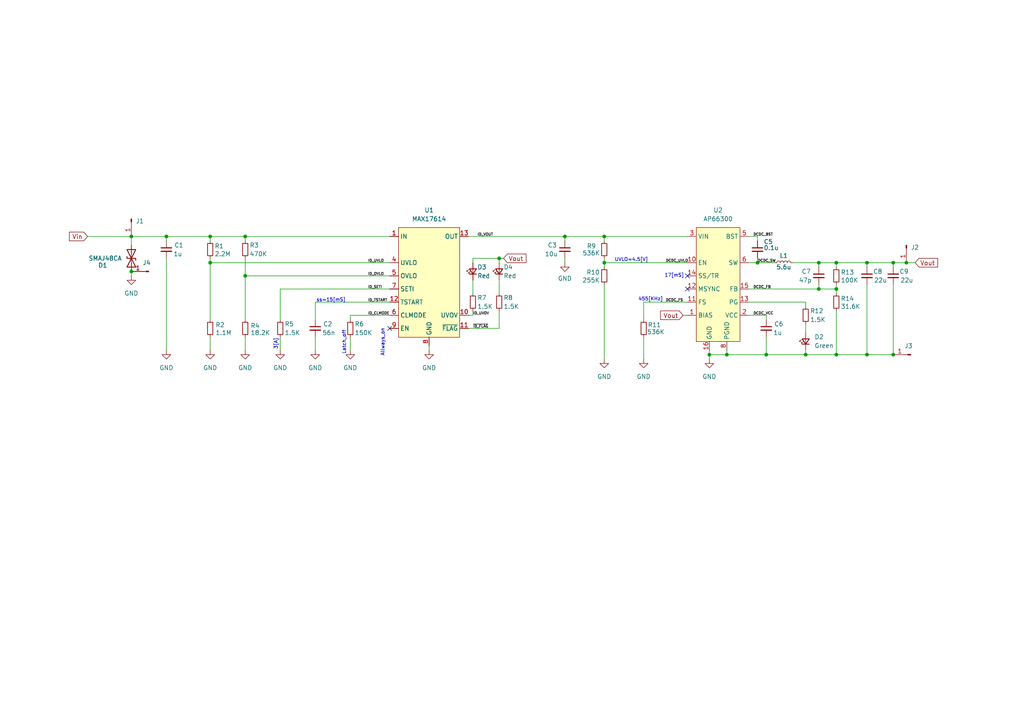
<source format=kicad_sch>
(kicad_sch (version 20231120) (generator "eeschema") (generator_version "8.0")
  (paper "A4")
  (title_block (title "ARNIE4833") (date "2024-10-12") (rev "V0.0.0") (company "© : Kynsight® GmbH: Licenced under CERN-OHL-W V2.0") (comment 2 "+48Vin | +3.3Vout | 3A ") (comment 3 "DC/DC Buck converter module, with added input protection circuitry."))
  (lib_symbols
    (symbol "310_smps_buck:AP66300"
      (property "Reference" "U" (at 0 21.59 0))
      (property "Value" "AP66300" (at 0 19.05 0))
      (symbol "AP66300_1_1"
        (rectangle (start -6.35 17.78) (end 6.35 -15.24) (fill (type background)))
        (pin input line (at -8.89 -7.62 0) (length 2.54) (name "BIAS") (number "1"))
        (pin input line (at -8.89 7.62 0) (length 2.54) (name "EN") (number "10"))
        (pin input line (at -8.89 -3.81 0) (length 2.54) (name "FS") (number "11"))
        (pin input line (at -8.89 0 0) (length 2.54) (name "MSYNC") (number "12"))
        (pin output line (at 8.89 -3.81 180) (length 2.54) (name "PG") (number "13"))
        (pin input line (at -8.89 3.81 0) (length 2.54) (name "SS/TR") (number "14"))
        (pin input line (at 8.89 0 180) (length 2.54) (name "FB") (number "15"))
        (pin power_in line (at -2.54 -17.78 90) (length 2.54) (name "GND") (number "16"))
        (pin power_in line (at -2.54 -17.78 90) (length 2.54) hide (name "GND") (number "17"))
        (pin power_out line (at 8.89 -7.62 180) (length 2.54) (name "VCC") (number "2"))
        (pin power_in line (at -8.89 15.24 0) (length 2.54) (name "VIN") (number "3"))
        (pin power_in line (at -8.89 15.24 0) (length 2.54) hide (name "VIN") (number "4"))
        (pin power_in line (at 8.89 15.24 180) (length 2.54) (name "BST") (number "5"))
        (pin power_out line (at 8.89 7.62 180) (length 2.54) (name "SW") (number "6"))
        (pin power_out line (at 8.89 7.62 180) (length 2.54) hide (name "SW") (number "7"))
        (pin power_in line (at 2.54 -17.78 90) (length 2.54) (name "PGND") (number "8"))
        (pin power_in line (at 2.54 -17.78 90) (length 2.54) hide (name "PGND") (number "9"))
      )
    )
    (symbol "380_power_protection_ideal_diode:MAX17614"
      (property "Reference" "U" (at 0 18.542 0))
      (property "Value" "MAX17614" (at 0.254 15.24 0))
      (symbol "MAX17614_1_1"
        (rectangle (start -8.89 13.97) (end 8.89 -17.78) (fill (type background)))
        (pin power_in line (at -11.43 11.43 0) (length 2.54) (name "IN") (number "1"))
        (pin output line (at 11.43 -11.43 180) (length 2.54) (name "UVOV") (number "10"))
        (pin output line (at 11.43 -15.24 180) (length 2.54) (name "~{FLAG}") (number "11"))
        (pin input line (at -11.43 -7.62 0) (length 2.54) (name "TSTART") (number "12"))
        (pin power_out line (at 11.43 11.43 180) (length 2.54) (name "OUT") (number "13"))
        (pin power_out line (at 11.43 11.43 180) (length 2.54) hide (name "OUT") (number "14"))
        (pin power_out line (at 11.43 11.43 180) (length 2.54) hide (name "OUT") (number "15"))
        (pin no_connect line (at 6.35 -17.78 0) (length 2.54) hide (name "N.C") (number "16"))
        (pin no_connect line (at 6.35 -17.78 0) (length 2.54) hide (name "N.C") (number "17"))
        (pin no_connect line (at 6.35 -17.78 0) (length 2.54) hide (name "N.C") (number "18"))
        (pin no_connect line (at 6.35 -17.78 0) (length 2.54) hide (name "N.C") (number "19"))
        (pin power_in line (at -11.43 11.43 0) (length 2.54) hide (name "IN") (number "2"))
        (pin no_connect line (at 6.35 -17.78 0) (length 2.54) hide (name "N.C") (number "20"))
        (pin power_in line (at 0 -20.32 90) (length 2.54) hide (name "GND") (number "21"))
        (pin power_in line (at -11.43 11.43 0) (length 2.54) hide (name "IN") (number "3"))
        (pin input line (at -11.43 3.81 0) (length 2.54) (name "UVLO") (number "4"))
        (pin input line (at -11.43 0 0) (length 2.54) (name "OVLO") (number "5"))
        (pin input line (at -11.43 -11.43 0) (length 2.54) (name "CLMODE") (number "6"))
        (pin input line (at -11.43 -3.81 0) (length 2.54) (name "SETI") (number "7"))
        (pin power_in line (at 0 -20.32 90) (length 2.54) (name "GND") (number "8"))
        (pin input line (at -11.43 -15.24 0) (length 2.54) (name "EN") (number "9"))
      )
    )
    (symbol "Connector:Conn_01x01_Pin" (pin_names (offset 1.016) hide)
      (property "Reference" "J" (at 0 2.54 0))
      (property "Value" "Conn_01x01_Pin" (at 0 -2.54 0))
      (symbol "Conn_01x01_Pin_1_1"
        (polyline (pts (xy 1.27 0) (xy 0.8636 0)) (stroke (width 0.1524)))
        (rectangle (start 0.8636 0.127) (end 0 -0.127) (stroke (width 0.1524)) (fill (type outline)))
        (pin passive line (at 5.08 0 180) (length 3.81) (name "Pin_1") (number "1"))
      )
    )
    (symbol "Device:C_Small" (pin_numbers hide) (pin_names (offset 0.254) hide)
      (property "Reference" "C" (at 0.254 1.778 0))
      (property "Value" "C_Small" (at 0.254 -2.032 0))
      (symbol "C_Small_0_1"
        (polyline (pts (xy -1.524 -0.508) (xy 1.524 -0.508)) (stroke (width 0.3302)))
        (polyline (pts (xy -1.524 0.508) (xy 1.524 0.508)) (stroke (width 0.3048)))
      )
      (symbol "C_Small_1_1"
        (pin passive line (at 0 2.54 270) (length 2.032) (name "~") (number "1"))
        (pin passive line (at 0 -2.54 90) (length 2.032) (name "~") (number "2"))
      )
    )
    (symbol "Device:D_TVS" (pin_numbers hide) (pin_names (offset 1.016) hide)
      (property "Reference" "D" (at 0 2.54 0))
      (property "Value" "D_TVS" (at 0 -2.54 0))
      (symbol "D_TVS_0_1"
        (polyline (pts (xy 1.27 0) (xy -1.27 0)))
        (polyline (pts (xy 0.508 1.27) (xy 0 1.27) (xy 0 -1.27) (xy -0.508 -1.27)) (stroke (width 0.254)))
        (polyline (pts (xy -2.54 1.27) (xy -2.54 -1.27) (xy 2.54 1.27) (xy 2.54 -1.27) (xy -2.54 1.27)) (stroke (width 0.254)))
      )
      (symbol "D_TVS_1_1"
        (pin passive line (at -3.81 0 0) (length 2.54) (name "A1") (number "1"))
        (pin passive line (at 3.81 0 180) (length 2.54) (name "A2") (number "2"))
      )
    )
    (symbol "Device:LED_Small" (pin_numbers hide) (pin_names (offset 0.254) hide)
      (property "Reference" "D" (at -1.27 3.175 0))
      (property "Value" "LED_Small" (at -4.445 -2.54 0))
      (symbol "LED_Small_0_1"
        (polyline (pts (xy -0.762 -1.016) (xy -0.762 1.016)) (stroke (width 0.254)))
        (polyline (pts (xy 1.016 0) (xy -0.762 0)))
        (polyline (pts (xy 0.762 -1.016) (xy -0.762 0) (xy 0.762 1.016) (xy 0.762 -1.016)) (stroke (width 0.254)))
        (polyline (pts (xy 0 0.762) (xy -0.508 1.27) (xy -0.254 1.27) (xy -0.508 1.27) (xy -0.508 1.016)))
        (polyline (pts (xy 0.508 1.27) (xy 0 1.778) (xy 0.254 1.778) (xy 0 1.778) (xy 0 1.524)))
      )
      (symbol "LED_Small_1_1"
        (pin passive line (at -2.54 0 0) (length 1.778) (name "K") (number "1"))
        (pin passive line (at 2.54 0 180) (length 1.778) (name "A") (number "2"))
      )
    )
    (symbol "Device:L_Small" (pin_numbers hide) (pin_names (offset 0.254) hide)
      (property "Reference" "L" (at 0.762 1.016 0))
      (property "Value" "L_Small" (at 0.762 -1.016 0))
      (symbol "L_Small_0_1"
        (arc (start 0 -2.032) (mid 0.5058 -1.524) (end 0 -1.016))
        (arc (start 0 -1.016) (mid 0.5058 -0.508) (end 0 0))
        (arc (start 0 0) (mid 0.5058 0.508) (end 0 1.016))
        (arc (start 0 1.016) (mid 0.5058 1.524) (end 0 2.032))
      )
      (symbol "L_Small_1_1"
        (pin passive line (at 0 2.54 270) (length 0.508) (name "~") (number "1"))
        (pin passive line (at 0 -2.54 90) (length 0.508) (name "~") (number "2"))
      )
    )
    (symbol "Device:R_Small" (pin_numbers hide) (pin_names (offset 0.254) hide)
      (property "Reference" "R" (at 0.762 0.508 0))
      (property "Value" "R_Small" (at 0.762 -1.016 0))
      (symbol "R_Small_0_1"
        (rectangle (start -0.762 1.778) (end 0.762 -1.778) (stroke (width 0.2032)))
      )
      (symbol "R_Small_1_1"
        (pin passive line (at 0 2.54 270) (length 0.762) (name "~") (number "1"))
        (pin passive line (at 0 -2.54 90) (length 0.762) (name "~") (number "2"))
      )
    )
    (symbol "power:GND" (power) (pin_numbers hide) (pin_names (offset 0) hide)
      (property "Value" "GND" (at 0 -3.81 0))
      (symbol "GND_0_1"
        (polyline (pts (xy 0 0) (xy 0 -1.27) (xy 1.27 -1.27) (xy 0 -2.54) (xy -1.27 -1.27) (xy 0 -1.27)))
      )
      (symbol "GND_1_1"
        (pin power_in line (at 0 0 270) (length 0) (name "~") (number "1"))
      )
    )
  )
  (junction (at 242.57 83.82))
  (junction (at 48.26 68.58))
  (junction (at 210.82 102.87))
  (junction (at 175.26 68.58))
  (junction (at 259.08 102.87))
  (junction (at 262.89 76.2))
  (junction (at 251.46 76.2))
  (junction (at 259.08 76.2))
  (junction (at 71.12 80.01))
  (junction (at 242.57 76.2))
  (junction (at 251.46 102.87))
  (junction (at 60.96 76.2))
  (junction (at 38.1 68.58))
  (junction (at 237.49 76.2))
  (junction (at 237.49 83.82))
  (junction (at 71.12 68.58))
  (junction (at 233.68 102.87))
  (junction (at 242.57 102.87))
  (junction (at 175.26 76.2))
  (junction (at 222.25 102.87))
  (junction (at 144.78 74.93))
  (junction (at 38.1 78.74))
  (junction (at 205.74 102.87))
  (junction (at 60.96 68.58))
  (junction (at 163.83 68.58))
  (junction (at 219.71 76.2))
  (no_connect (at 113.03 95.25))
  (no_connect (at 199.39 83.82))
  (no_connect (at 199.39 80.01))
  (wire (pts (xy 71.12 80.01) (xy 71.12 92.71)))
  (wire (pts (xy 186.69 87.63) (xy 199.39 87.63)))
  (wire (pts (xy 175.26 74.93) (xy 175.26 76.2)))
  (wire (pts (xy 251.46 102.87) (xy 242.57 102.87)))
  (wire (pts (xy 101.6 91.44) (xy 101.6 92.71)))
  (wire (pts (xy 237.49 83.82) (xy 237.49 82.55)))
  (wire (pts (xy 237.49 76.2) (xy 237.49 77.47)))
  (wire (pts (xy 217.17 87.63) (xy 233.68 87.63)))
  (wire (pts (xy 48.26 68.58) (xy 48.26 69.85)))
  (wire (pts (xy 137.16 81.28) (xy 137.16 85.09)))
  (wire (pts (xy 124.46 100.33) (xy 124.46 101.6)))
  (wire (pts (xy 251.46 102.87) (xy 259.08 102.87)))
  (wire (pts (xy 48.26 68.58) (xy 60.96 68.58)))
  (wire (pts (xy 137.16 74.93) (xy 144.78 74.93)))
  (wire (pts (xy 198.12 91.44) (xy 199.39 91.44)))
  (wire (pts (xy 217.17 91.44) (xy 222.25 91.44)))
  (wire (pts (xy 81.28 83.82) (xy 81.28 92.71)))
  (wire (pts (xy 259.08 82.55) (xy 259.08 102.87)))
  (wire (pts (xy 137.16 76.2) (xy 137.16 74.93)))
  (wire (pts (xy 259.08 76.2) (xy 262.89 76.2)))
  (wire (pts (xy 222.25 102.87) (xy 222.25 97.79)))
  (wire (pts (xy 229.87 76.2) (xy 237.49 76.2)))
  (wire (pts (xy 205.74 102.87) (xy 205.74 104.14)))
  (wire (pts (xy 91.44 87.63) (xy 91.44 92.71)))
  (wire (pts (xy 60.96 68.58) (xy 60.96 69.85)))
  (wire (pts (xy 163.83 68.58) (xy 175.26 68.58)))
  (wire (pts (xy 163.83 68.58) (xy 163.83 69.85)))
  (wire (pts (xy 60.96 97.79) (xy 60.96 101.6)))
  (wire (pts (xy 81.28 83.82) (xy 113.03 83.82)))
  (wire (pts (xy 219.71 76.2) (xy 224.79 76.2)))
  (wire (pts (xy 262.89 76.2) (xy 265.43 76.2)))
  (wire (pts (xy 219.71 74.93) (xy 219.71 76.2)))
  (wire (pts (xy 175.26 77.47) (xy 175.26 76.2)))
  (wire (pts (xy 144.78 95.25) (xy 144.78 90.17)))
  (wire (pts (xy 233.68 87.63) (xy 233.68 88.9)))
  (wire (pts (xy 101.6 91.44) (xy 113.03 91.44)))
  (wire (pts (xy 237.49 83.82) (xy 242.57 83.82)))
  (wire (pts (xy 137.16 91.44) (xy 137.16 90.17)))
  (wire (pts (xy 175.26 76.2) (xy 199.39 76.2)))
  (wire (pts (xy 38.1 68.58) (xy 38.1 71.12)))
  (wire (pts (xy 60.96 76.2) (xy 113.03 76.2)))
  (wire (pts (xy 71.12 74.93) (xy 71.12 80.01)))
  (wire (pts (xy 175.26 68.58) (xy 199.39 68.58)))
  (wire (pts (xy 233.68 93.98) (xy 233.68 96.52)))
  (wire (pts (xy 259.08 76.2) (xy 259.08 77.47)))
  (wire (pts (xy 251.46 76.2) (xy 259.08 76.2)))
  (wire (pts (xy 222.25 91.44) (xy 222.25 92.71)))
  (wire (pts (xy 71.12 68.58) (xy 71.12 69.85)))
  (wire (pts (xy 71.12 68.58) (xy 113.03 68.58)))
  (wire (pts (xy 91.44 87.63) (xy 113.03 87.63)))
  (wire (pts (xy 135.89 91.44) (xy 137.16 91.44)))
  (wire (pts (xy 48.26 74.93) (xy 48.26 101.6)))
  (wire (pts (xy 205.74 101.6) (xy 205.74 102.87)))
  (wire (pts (xy 101.6 97.79) (xy 101.6 101.6)))
  (wire (pts (xy 251.46 82.55) (xy 251.46 102.87)))
  (wire (pts (xy 175.26 82.55) (xy 175.26 104.14)))
  (wire (pts (xy 175.26 68.58) (xy 175.26 69.85)))
  (wire (pts (xy 38.1 68.58) (xy 48.26 68.58)))
  (wire (pts (xy 237.49 76.2) (xy 242.57 76.2)))
  (wire (pts (xy 71.12 97.79) (xy 71.12 101.6)))
  (wire (pts (xy 205.74 102.87) (xy 210.82 102.87)))
  (wire (pts (xy 71.12 80.01) (xy 113.03 80.01)))
  (wire (pts (xy 38.1 78.74) (xy 38.1 80.01)))
  (wire (pts (xy 135.89 95.25) (xy 144.78 95.25)))
  (wire (pts (xy 60.96 74.93) (xy 60.96 76.2)))
  (wire (pts (xy 186.69 87.63) (xy 186.69 92.71)))
  (wire (pts (xy 219.71 68.58) (xy 219.71 69.85)))
  (wire (pts (xy 186.69 97.79) (xy 186.69 104.14)))
  (wire (pts (xy 217.17 83.82) (xy 237.49 83.82)))
  (wire (pts (xy 91.44 97.79) (xy 91.44 101.6)))
  (wire (pts (xy 242.57 90.17) (xy 242.57 102.87)))
  (wire (pts (xy 71.12 68.58) (xy 60.96 68.58)))
  (wire (pts (xy 251.46 76.2) (xy 251.46 77.47)))
  (wire (pts (xy 81.28 97.79) (xy 81.28 101.6)))
  (wire (pts (xy 242.57 83.82) (xy 242.57 85.09)))
  (wire (pts (xy 210.82 101.6) (xy 210.82 102.87)))
  (wire (pts (xy 242.57 102.87) (xy 233.68 102.87)))
  (wire (pts (xy 144.78 81.28) (xy 144.78 85.09)))
  (wire (pts (xy 135.89 68.58) (xy 163.83 68.58)))
  (wire (pts (xy 163.83 74.93) (xy 163.83 76.2)))
  (wire (pts (xy 233.68 102.87) (xy 222.25 102.87)))
  (wire (pts (xy 242.57 83.82) (xy 242.57 82.55)))
  (wire (pts (xy 146.05 74.93) (xy 144.78 74.93)))
  (wire (pts (xy 233.68 101.6) (xy 233.68 102.87)))
  (wire (pts (xy 210.82 102.87) (xy 222.25 102.87)))
  (wire (pts (xy 242.57 76.2) (xy 242.57 77.47)))
  (wire (pts (xy 25.4 68.58) (xy 38.1 68.58)))
  (wire (pts (xy 217.17 68.58) (xy 219.71 68.58)))
  (wire (pts (xy 60.96 76.2) (xy 60.96 92.71)))
  (wire (pts (xy 217.17 76.2) (xy 219.71 76.2)))
  (wire (pts (xy 242.57 76.2) (xy 251.46 76.2)))
  (wire (pts (xy 144.78 74.93) (xy 144.78 76.2)))
  (text "Latch_off" (at 99.822 99.314 90) (effects (font (size 1 1))))
  (text "ss=15[mS]" (at 96.012 87.122 0) (effects (font (size 1 1))))
  (text "455[KHz]" (at 188.722 86.868 0) (effects (font (size 1 1))))
  (text "Allways_on" (at 110.998 99.314 90) (effects (font (size 1 1))))
  (text "17[mS]" (at 195.58 80.01 0) (effects (font (size 1 1))))
  (text "UVLO=4.5[V]" (at 183.134 75.438 0) (effects (font (size 1 1))))
  (text "3[A]" (at 80.01 99.822 90) (effects (font (size 1 1))))
  (label "ID_UVOV" (at 137.16 91.44 0) (effects (font (size 0.75 0.75))))
  (label "~{ID_FLAG}" (at 137.16 95.25 0) (effects (font (size 0.75 0.75))))
  (label "DCDC_UVLO" (at 193.04 76.2 0) (effects (font (size 0.75 0.75))))
  (label "ID_VOUT" (at 138.43 68.58 0) (effects (font (size 0.75 0.75))))
  (label "DCDC_FB" (at 218.44 83.82 0) (effects (font (size 0.75 0.75))))
  (label "DCDC_VCC" (at 218.44 91.44 0) (effects (font (size 0.75 0.75))))
  (label "ID_OVLO" (at 106.68 80.01 0) (effects (font (size 0.75 0.75))))
  (label "DCDC_BST" (at 218.44 68.58 0) (effects (font (size 0.75 0.75))))
  (label "ID_UVLO" (at 106.68 76.2 0) (effects (font (size 0.75 0.75))))
  (label "DCDC_SW" (at 219.71 76.2 0) (effects (font (size 0.75 0.75))))
  (label "ID_CLMODE" (at 106.68 91.44 0) (effects (font (size 0.75 0.75))))
  (label "ID_SETI" (at 106.68 83.82 0) (effects (font (size 0.75 0.75))))
  (label "ID_TSTART" (at 106.68 87.63 0) (effects (font (size 0.75 0.75))))
  (label "DCDC_FS" (at 193.04 87.63 0) (effects (font (size 0.75 0.75))))
  (global_label "Vout" (shape input) (at 265.43 76.2 0) (property "Intersheetrefs" "${INTERSHEET_REFS}" (effects (hide yes))))
  (global_label "Vout" (shape input) (at 146.05 74.93 0) (property "Intersheetrefs" "${INTERSHEET_REFS}" (effects (hide yes))))
  (global_label "Vout" (shape input) (at 198.12 91.44 180) (property "Intersheetrefs" "${INTERSHEET_REFS}" (effects (hide yes))))
  (global_label "Vin" (shape input) (at 25.4 68.58 180) (property "Intersheetrefs" "${INTERSHEET_REFS}" (effects (hide yes))))
  (symbol (lib_id "Device:R_Small") (at 144.78 87.63 0) (unit 1)
    (property "Reference" "R8" (at 146.05 86.36 0) (effects (justify left)))
    (property "Value" "1.5K" (at 146.05 88.9 0) (effects (justify left)))
    (property "Footprint" "Resistor_SMD:R_0603_1608Metric" (effects (hide yes)))
    (property "Description" "Resistor, small symbol" (effects (hide yes)))
    (property "Man" "Panasonic" (effects (hide yes)))
    (property "Man_No" "ERJ-3EKF1501V" (effects (hide yes)))
    (property "Disti" "Mouser" (effects (hide yes)))
    (property "Disti_No" "667-ERJ-3EKF1501V" (effects (hide yes)))
  )
  (symbol (lib_id "Device:D_TVS") (at 38.1 74.93 90) (unit 1)
    (property "Reference" "D1" (at 28.448 76.962 90) (effects (justify right)))
    (property "Value" "SMAJ48CA" (at 25.654 74.93 90) (effects (justify right)))
    (property "Footprint" "Diode_SMD:D_SMA" (effects (hide yes)))
    (property "Datasheet" "https://www.diodes.com/assets/Datasheets/SMAJ5.0CA-SMAJ200CA.pdf" (effects (hide yes)))
    (property "Description" "Bidirectional transient-voltage-suppression diode" (effects (hide yes)))
    (property "Man" "Diodes" (effects (hide yes)))
    (property "Man_No" "SMAJ48CA-13-F " (effects (hide yes)))
    (property "Disti" "Mouser" (effects (hide yes)))
    (property "Disti_No" "621-SMAJ48CA-13-F" (effects (hide yes)))
  )
  (symbol (lib_id "Device:C_Small") (at 219.71 72.39 0) (unit 1)
    (property "Reference" "C5" (at 221.488 70.104 0) (effects (justify left)))
    (property "Value" "0.1u" (at 221.488 71.882 0) (effects (justify left)))
    (property "Footprint" "Capacitor_SMD:C_0603_1608Metric" (effects (hide yes)))
    (property "Description" "Unpolarized capacitor, small symbol" (effects (hide yes)))
    (property "Man" "Kyocera" (effects (hide yes)))
    (property "Man_No" "KAM15BR72A104KT " (effects (hide yes)))
    (property "Disti" "Mouser" (effects (hide yes)))
    (property "Disti_No" "KAM15BR72A104KT " (effects (hide yes)))
  )
  (symbol (lib_id "power:GND") (at 205.74 104.14 0) (unit 1)
    (property "Reference" "#PWR010" (effects (hide yes)))
    (property "Value" "GND" (at 205.74 109.22 0))
    (property "Description" "Power symbol creates a global label with name \"GND\" , ground" (effects (hide yes)))
  )
  (symbol (lib_id "Device:R_Small") (at 242.57 80.01 0) (unit 1)
    (property "Reference" "R13" (at 243.84 78.994 0) (effects (justify left)))
    (property "Value" "100K" (at 243.84 81.28 0) (effects (justify left)))
    (property "Footprint" "Resistor_SMD:R_0603_1608Metric" (effects (hide yes)))
    (property "Description" "Resistor, small symbol" (effects (hide yes)))
    (property "Man" "Panasonic" (effects (hide yes)))
    (property "Man_No" "ERJ-3EKF1003V" (effects (hide yes)))
    (property "Disti" "Mouser" (effects (hide yes)))
    (property "Disti_No" "667-ERJ-3EKF1003V" (effects (hide yes)))
  )
  (symbol (lib_id "Device:C_Small") (at 48.26 72.39 0) (unit 1)
    (property "Reference" "C1" (at 50.546 71.12 0) (effects (justify left)))
    (property "Value" "1u" (at 50.292 73.66 0) (effects (justify left)))
    (property "Footprint" "Capacitor_SMD:C_0603_1608Metric" (effects (hide yes)))
    (property "Description" "Unpolarized capacitor, small symbol" (effects (hide yes)))
    (property "Man" "Samsung" (effects (hide yes)))
    (property "Man_No" "CL10B105KB9VPNC" (effects (hide yes)))
    (property "Disti" "Mouser" (effects (hide yes)))
    (property "Disti_No" "187-CL10B105KB9VPNC" (effects (hide yes)))
  )
  (symbol (lib_id "Device:LED_Small") (at 144.78 78.74 90) (unit 1)
    (property "Reference" "D4" (at 146.05 77.47 90) (effects (justify right)))
    (property "Value" "Red" (at 146.05 80.01 90) (effects (justify right)))
    (property "Footprint" "LED_SMD:LED_0603_1608Metric" (effects (hide yes)))
    (property "Description" "Light emitting diode, small symbol" (effects (hide yes)))
    (property "Man" "Osram" (effects (hide yes)))
    (property "Man_No" "LT Q39G-Q1OO-25-1" (effects (hide yes)))
    (property "Disti" "Mouser" (effects (hide yes)))
    (property "Disti_No" "720-LTQ39GQ1S22515" (effects (hide yes)))
  )
  (symbol (lib_id "power:GND") (at 175.26 104.14 0) (unit 1)
    (property "Reference" "#PWR012" (effects (hide yes)))
    (property "Value" "GND" (at 175.26 109.22 0))
    (property "Description" "Power symbol creates a global label with name \"GND\" , ground" (effects (hide yes)))
  )
  (symbol (lib_id "Device:R_Small") (at 60.96 95.25 0) (unit 1)
    (property "Reference" "R2" (at 62.484 94.234 0) (effects (justify left)))
    (property "Value" "1.1M" (at 62.484 96.52 0) (effects (justify left)))
    (property "Footprint" "Resistor_SMD:R_0603_1608Metric" (effects (hide yes)))
    (property "Description" "Resistor, small symbol" (effects (hide yes)))
    (property "Man" "Panasonic" (effects (hide yes)))
    (property "Man_No" "ERJ-PA3J115V" (effects (hide yes)))
    (property "Disti" "Mouser" (effects (hide yes)))
    (property "Disti_No" "667-ERJ-PA3J115V" (effects (hide yes)))
  )
  (symbol (lib_id "Device:C_Small") (at 91.44 95.25 0) (unit 1)
    (property "Reference" "C2" (at 93.726 93.98 0) (effects (justify left)))
    (property "Value" "56n" (at 93.472 96.52 0) (effects (justify left)))
    (property "Footprint" "Capacitor_SMD:C_0603_1608Metric" (effects (hide yes)))
    (property "Description" "Unpolarized capacitor, small symbol" (effects (hide yes)))
    (property "Man" "Yageo" (effects (hide yes)))
    (property "Man_No" "CC0603JX7R0BB563" (effects (hide yes)))
    (property "Disti" "Mouser" (effects (hide yes)))
    (property "Disti_No" "603-CC0603JX7R0BB563" (effects (hide yes)))
  )
  (symbol (lib_id "310_smps_buck:AP66300") (at 208.28 83.82 0) (unit 1)
    (property "Reference" "U2" (at 208.28 60.96 0))
    (property "Value" "AP66300" (at 208.28 63.5 0))
    (property "Footprint" "Package_DFN_QFN:UQFN-16-1EP_4x4mm_P0.65mm_EP2.6x2.6mm" (effects (hide yes)))
    (property "Datasheet" "https://www.diodes.com/assets/Datasheets/AP66300.pdf" (effects (hide yes)))
    (property "Description" "3.8V TO 60V INPUT, 3A LOW IQ SYNCHRONOUS BUCK CONVERTER" (effects (hide yes)))
    (property "Man" "Diodes" (effects (hide yes)))
    (property "Man_No" "AP66300FVBW-13" (effects (hide yes)))
    (property "Disti" "Mouser" (effects (hide yes)))
    (property "Disti_No" "621-AP66300FVBW-13" (effects (hide yes)))
  )
  (symbol (lib_id "Connector:Conn_01x01_Pin") (at 264.16 102.87 180) (unit 1)
    (property "Reference" "J3" (at 263.525 100.33 0))
    (property "Value" "Conn_01x01_Pin" (effects (hide yes)))
    (property "Footprint" "Connector_PinHeader_2.54mm:PinHeader_1x01_P2.54mm_Vertical" (effects (hide yes)))
    (property "Description" "Generic connector, single row, 01x01, script generated" (effects (hide yes)))
  )
  (symbol (lib_id "Device:R_Small") (at 175.26 72.39 0) (mirror x) (unit 1)
    (property "Reference" "R9" (at 170.18 71.374 0) (effects (justify left)))
    (property "Value" "536K" (at 168.91 73.406 0) (effects (justify left)))
    (property "Footprint" "Resistor_SMD:R_0603_1608Metric" (effects (hide yes)))
    (property "Description" "Resistor, small symbol" (effects (hide yes)))
    (property "Man" "Panasonic" (effects (hide yes)))
    (property "Man_No" "ERJ-3EKF2553V" (effects (hide yes)))
    (property "Disti" "Mouser" (effects (hide yes)))
    (property "Disti_No" "667-ERJ-3EKF5363V" (effects (hide yes)))
  )
  (symbol (lib_id "Connector:Conn_01x01_Pin") (at 43.18 78.74 180) (unit 1)
    (property "Reference" "J4" (at 42.545 76.2 0))
    (property "Value" "Conn_01x01_Pin" (effects (hide yes)))
    (property "Footprint" "Connector_Pin:Pin_D1.0mm_L10.0mm" (effects (hide yes)))
    (property "Description" "Generic connector, single row, 01x01, script generated" (effects (hide yes)))
  )
  (symbol (lib_id "Device:R_Small") (at 233.68 91.44 0) (unit 1)
    (property "Reference" "R12" (at 234.95 90.17 0) (effects (justify left)))
    (property "Value" "1.5K" (at 234.95 92.71 0) (effects (justify left)))
    (property "Footprint" "Resistor_SMD:R_0603_1608Metric" (effects (hide yes)))
    (property "Description" "Resistor, small symbol" (effects (hide yes)))
    (property "Man" "Panasonic" (effects (hide yes)))
    (property "Man_No" "ERJ-3EKF1501V" (effects (hide yes)))
    (property "Disti" "Mouser" (effects (hide yes)))
    (property "Disti_No" "667-ERJ-3EKF1501V" (effects (hide yes)))
  )
  (symbol (lib_id "Device:C_Small") (at 163.83 72.39 0) (mirror y) (unit 1)
    (property "Reference" "C3" (at 161.544 71.12 0) (effects (justify left)))
    (property "Value" "10u" (at 161.798 73.66 0) (effects (justify left)))
    (property "Footprint" "Capacitor_SMD:C_1210_3225Metric" (effects (hide yes)))
    (property "Description" "Unpolarized capacitor, small symbol" (effects (hide yes)))
    (property "Man" "TDK" (effects (hide yes)))
    (property "Man_No" "CGA6P1X7R1N106K250AC" (effects (hide yes)))
    (property "Disti" "Mouser" (effects (hide yes)))
    (property "Disti_No" "810-CGA6P1X7R1N106K2" (effects (hide yes)))
  )
  (symbol (lib_id "power:GND") (at 48.26 101.6 0) (unit 1)
    (property "Reference" "#PWR02" (effects (hide yes)))
    (property "Value" "GND" (at 48.26 106.68 0))
    (property "Description" "Power symbol creates a global label with name \"GND\" , ground" (effects (hide yes)))
  )
  (symbol (lib_id "power:GND") (at 101.6 101.6 0) (unit 1)
    (property "Reference" "#PWR07" (effects (hide yes)))
    (property "Value" "GND" (at 101.6 106.68 0))
    (property "Description" "Power symbol creates a global label with name \"GND\" , ground" (effects (hide yes)))
  )
  (symbol (lib_id "Device:LED_Small") (at 233.68 99.06 90) (unit 1)
    (property "Reference" "D2" (at 236.22 97.7264 90) (effects (justify right)))
    (property "Value" "Green" (at 236.22 100.2664 90) (effects (justify right)))
    (property "Footprint" "LED_SMD:LED_0603_1608Metric" (effects (hide yes)))
    (property "Description" "Light emitting diode, small symbol" (effects (hide yes)))
    (property "Man" "Osram" (effects (hide yes)))
    (property "Man_No" "LT Q39G-Q1OO-25-1" (effects (hide yes)))
    (property "Disti" "Mouser" (effects (hide yes)))
    (property "Disti_No" "720-LTQ39GQ1S22515" (effects (hide yes)))
  )
  (symbol (lib_id "Device:R_Small") (at 60.96 72.39 0) (unit 1)
    (property "Reference" "R1" (at 62.23 71.374 0) (effects (justify left)))
    (property "Value" "2.2M" (at 62.23 73.66 0) (effects (justify left)))
    (property "Footprint" "Resistor_SMD:R_0603_1608Metric" (effects (hide yes)))
    (property "Description" "Resistor, small symbol" (effects (hide yes)))
    (property "Man" "Panasonic" (effects (hide yes)))
    (property "Man_No" "ERJ-U03J225V" (effects (hide yes)))
    (property "Disti" "Mouser" (effects (hide yes)))
    (property "Disti_No" "667-ERJ-U03J225V" (effects (hide yes)))
  )
  (symbol (lib_id "Device:C_Small") (at 259.08 80.01 0) (unit 1)
    (property "Reference" "C9" (at 260.858 78.74 0) (effects (justify left)))
    (property "Value" "22u" (at 261.112 81.28 0) (effects (justify left)))
    (property "Footprint" "Capacitor_SMD:C_0603_1608Metric" (effects (hide yes)))
    (property "Description" "Unpolarized capacitor, small symbol" (effects (hide yes)))
    (property "Man" "Samsung" (effects (hide yes)))
    (property "Man_No" "CL10A226MQ8NRND" (effects (hide yes)))
    (property "Disti" "Mouser" (effects (hide yes)))
    (property "Disti_No" "187-CL10A226MQ8NRND" (effects (hide yes)))
  )
  (symbol (lib_id "power:GND") (at 71.12 101.6 0) (unit 1)
    (property "Reference" "#PWR04" (effects (hide yes)))
    (property "Value" "GND" (at 71.12 106.68 0))
    (property "Description" "Power symbol creates a global label with name \"GND\" , ground" (effects (hide yes)))
  )
  (symbol (lib_id "Device:R_Small") (at 186.69 95.25 0) (mirror y) (unit 1)
    (property "Reference" "R11" (at 191.77 94.234 0) (effects (justify left)))
    (property "Value" "536K" (at 192.786 96.266 0) (effects (justify left)))
    (property "Footprint" "Resistor_SMD:R_0603_1608Metric" (effects (hide yes)))
    (property "Description" "Resistor, small symbol" (effects (hide yes)))
    (property "Man" "Panasonic" (effects (hide yes)))
    (property "Man_No" "ERJ-3EKF5363V" (effects (hide yes)))
    (property "Disti" "Mouser" (effects (hide yes)))
    (property "Disti_No" "667-ERJ-3EKF5363V" (effects (hide yes)))
  )
  (symbol (lib_id "380_power_protection_ideal_diode:MAX17614") (at 124.46 80.01 0) (unit 1)
    (property "Reference" "U1" (at 124.46 60.96 0))
    (property "Value" "MAX17614" (at 124.46 63.5 0))
    (property "Footprint" "Package_DFN_QFN:TQFN-20-1EP_5x5mm_P0.65mm_EP3.25x3.25mm" (effects (hide yes)))
    (property "Datasheet" "https://www.analog.com/media/en/technical-documentation/data-sheets/max17614.pdf" (effects (hide yes)))
    (property "Description" "4.5V to 60V, 3A, Ideal Diode/Power Source Selector with Current Limit, UV, OV Protection" (effects (hide yes)))
    (property "Man" "ADI" (effects (hide yes)))
    (property "Man_No" "MAX17614ATP+" (effects (hide yes)))
    (property "Disti" "Mouser" (effects (hide yes)))
    (property "Disti_No" "700-MAX17614ATP+" (effects (hide yes)))
  )
  (symbol (lib_id "Device:R_Small") (at 81.28 95.25 0) (unit 1)
    (property "Reference" "R5" (at 82.55 93.98 0) (effects (justify left)))
    (property "Value" "1.5K" (at 82.55 96.52 0) (effects (justify left)))
    (property "Footprint" "Resistor_SMD:R_0603_1608Metric" (effects (hide yes)))
    (property "Description" "Resistor, small symbol" (effects (hide yes)))
    (property "Man" "Panasonic" (effects (hide yes)))
    (property "Man_No" "ERJ-3EKF1501V" (effects (hide yes)))
    (property "Disti" "Mouser" (effects (hide yes)))
    (property "Disti_No" "667-ERJ-3EKF1501V" (effects (hide yes)))
  )
  (symbol (lib_id "power:GND") (at 124.46 101.6 0) (unit 1)
    (property "Reference" "#PWR08" (effects (hide yes)))
    (property "Value" "GND" (at 124.46 106.68 0))
    (property "Description" "Power symbol creates a global label with name \"GND\" , ground" (effects (hide yes)))
  )
  (symbol (lib_id "power:GND") (at 163.83 76.2 0) (unit 1)
    (property "Reference" "#PWR09" (effects (hide yes)))
    (property "Value" "GND" (at 163.83 80.772 0))
    (property "Description" "Power symbol creates a global label with name \"GND\" , ground" (effects (hide yes)))
  )
  (symbol (lib_id "power:GND") (at 60.96 101.6 0) (unit 1)
    (property "Reference" "#PWR03" (effects (hide yes)))
    (property "Value" "GND" (at 60.96 106.68 0))
    (property "Description" "Power symbol creates a global label with name \"GND\" , ground" (effects (hide yes)))
  )
  (symbol (lib_id "power:GND") (at 38.1 80.01 0) (unit 1)
    (property "Reference" "#PWR01" (effects (hide yes)))
    (property "Value" "GND" (at 38.1 85.09 0))
    (property "Description" "Power symbol creates a global label with name \"GND\" , ground" (effects (hide yes)))
  )
  (symbol (lib_id "Device:C_Small") (at 237.49 80.01 0) (mirror y) (unit 1)
    (property "Reference" "C7" (at 235.204 78.74 0) (effects (justify left)))
    (property "Value" "47p" (at 235.458 81.28 0) (effects (justify left)))
    (property "Footprint" "Capacitor_SMD:C_0603_1608Metric" (effects (hide yes)))
    (property "Description" "Unpolarized capacitor, small symbol" (effects (hide yes)))
    (property "Man" "Murata" (effects (hide yes)))
    (property "Man_No" "GCM1885G2A470JA6J" (effects (hide yes)))
    (property "Disti" "Mouser" (effects (hide yes)))
    (property "Disti_No" "81-GCM1885G2A470JA6J" (effects (hide yes)))
  )
  (symbol (lib_id "Device:R_Small") (at 71.12 95.25 0) (unit 1)
    (property "Reference" "R4" (at 72.644 94.488 0) (effects (justify left)))
    (property "Value" "18.2K" (at 72.644 96.52 0) (effects (justify left)))
    (property "Footprint" "Resistor_SMD:R_0603_1608Metric" (effects (hide yes)))
    (property "Description" "Resistor, small symbol" (effects (hide yes)))
    (property "Man" "Panasonic" (effects (hide yes)))
    (property "Man_No" "ERJ-3EKF1822V" (effects (hide yes)))
    (property "Disti" "Mouser" (effects (hide yes)))
    (property "Disti_No" "667-ERJ-3EKF1822V" (effects (hide yes)))
  )
  (symbol (lib_id "power:GND") (at 81.28 101.6 0) (unit 1)
    (property "Reference" "#PWR05" (effects (hide yes)))
    (property "Value" "GND" (at 81.28 106.68 0))
    (property "Description" "Power symbol creates a global label with name \"GND\" , ground" (effects (hide yes)))
  )
  (symbol (lib_id "Device:R_Small") (at 137.16 87.63 0) (unit 1)
    (property "Reference" "R7" (at 138.43 86.36 0) (effects (justify left)))
    (property "Value" "1.5K" (at 138.43 88.9 0) (effects (justify left)))
    (property "Footprint" "Resistor_SMD:R_0603_1608Metric" (effects (hide yes)))
    (property "Description" "Resistor, small symbol" (effects (hide yes)))
    (property "Man" "Panasonic" (effects (hide yes)))
    (property "Man_No" "ERJ-3EKF1501V" (effects (hide yes)))
    (property "Disti" "Mouser" (effects (hide yes)))
    (property "Disti_No" "667-ERJ-3EKF1501V" (effects (hide yes)))
  )
  (symbol (lib_id "power:GND") (at 91.44 101.6 0) (unit 1)
    (property "Reference" "#PWR06" (effects (hide yes)))
    (property "Value" "GND" (at 91.44 106.68 0))
    (property "Description" "Power symbol creates a global label with name \"GND\" , ground" (effects (hide yes)))
  )
  (symbol (lib_id "Device:L_Small") (at 227.33 76.2 90) (unit 1)
    (property "Reference" "L1" (at 227.33 74.168 90))
    (property "Value" "5.6u" (at 227.33 77.47 90))
    (property "Footprint" "Inductor_SMD:L_Bourns_SRP5030T" (effects (hide yes)))
    (property "Description" "Inductor, small symbol" (effects (hide yes)))
    (property "Man" "Bourns" (effects (hide yes)))
    (property "Man_No" "SRP5030WA-5R6M" (effects (hide yes)))
    (property "Disti" "Mouser" (effects (hide yes)))
    (property "Disti_No" "652-SRP5030WA-5R6M" (effects (hide yes)))
  )
  (symbol (lib_id "Device:R_Small") (at 175.26 80.01 0) (mirror y) (unit 1)
    (property "Reference" "R10" (at 173.99 78.994 0) (effects (justify left)))
    (property "Value" "255K" (at 173.99 81.28 0) (effects (justify left)))
    (property "Footprint" "Resistor_SMD:R_0603_1608Metric" (effects (hide yes)))
    (property "Description" "Resistor, small symbol" (effects (hide yes)))
    (property "Man" "Panasonic" (effects (hide yes)))
    (property "Man_No" "ERJ-3EKF2553V" (effects (hide yes)))
    (property "Disti" "Mouser" (effects (hide yes)))
    (property "Disti_No" "667-ERJ-3EKF2553V" (effects (hide yes)))
  )
  (symbol (lib_id "Device:R_Small") (at 242.57 87.63 0) (unit 1)
    (property "Reference" "R14" (at 243.84 86.614 0) (effects (justify left)))
    (property "Value" "31.6K" (at 243.84 88.9 0) (effects (justify left)))
    (property "Footprint" "Resistor_SMD:R_0603_1608Metric" (effects (hide yes)))
    (property "Description" "Resistor, small symbol" (effects (hide yes)))
    (property "Man" "Panasonic" (effects (hide yes)))
    (property "Man_No" "ERJ-3EKF3162V" (effects (hide yes)))
    (property "Disti" "Mouser" (effects (hide yes)))
    (property "Disti_No" "667-ERJ-3EKF3162V" (effects (hide yes)))
  )
  (symbol (lib_id "Device:LED_Small") (at 137.16 78.74 90) (unit 1)
    (property "Reference" "D3" (at 138.43 77.47 90) (effects (justify right)))
    (property "Value" "Red" (at 138.43 80.01 90) (effects (justify right)))
    (property "Footprint" "LED_SMD:LED_0603_1608Metric" (effects (hide yes)))
    (property "Description" "Light emitting diode, small symbol" (effects (hide yes)))
    (property "Man" "Osram" (effects (hide yes)))
    (property "Man_No" "LT Q39G-Q1OO-25-1" (effects (hide yes)))
    (property "Disti" "Mouser" (effects (hide yes)))
    (property "Disti_No" "720-LTQ39GQ1S22515" (effects (hide yes)))
  )
  (symbol (lib_id "Connector:Conn_01x01_Pin") (at 262.89 71.12 270) (unit 1)
    (property "Reference" "J2" (at 264.16 71.7549 90) (effects (justify left)))
    (property "Value" "Conn_01x01_Pin" (effects (hide yes)))
    (property "Footprint" "Connector_PinHeader_2.54mm:PinHeader_1x01_P2.54mm_Vertical" (effects (hide yes)))
    (property "Description" "Generic connector, single row, 01x01, script generated" (effects (hide yes)))
  )
  (symbol (lib_id "Device:C_Small") (at 251.46 80.01 0) (unit 1)
    (property "Reference" "C8" (at 253.238 78.74 0) (effects (justify left)))
    (property "Value" "22u" (at 253.492 81.28 0) (effects (justify left)))
    (property "Footprint" "Capacitor_SMD:C_0603_1608Metric" (effects (hide yes)))
    (property "Description" "Unpolarized capacitor, small symbol" (effects (hide yes)))
    (property "Man" "Samsung" (effects (hide yes)))
    (property "Man_No" "CL10A226MQ8NRND" (effects (hide yes)))
    (property "Disti" "Mouser" (effects (hide yes)))
    (property "Disti_No" "187-CL10A226MQ8NRND" (effects (hide yes)))
  )
  (symbol (lib_id "Device:R_Small") (at 101.6 95.25 0) (unit 1)
    (property "Reference" "R6" (at 102.87 93.98 0) (effects (justify left)))
    (property "Value" "150K" (at 102.87 96.52 0) (effects (justify left)))
    (property "Footprint" "Resistor_SMD:R_0603_1608Metric" (effects (hide yes)))
    (property "Description" "Resistor, small symbol" (effects (hide yes)))
    (property "Man" "Panasonic" (effects (hide yes)))
    (property "Man_No" "ERJ-3EKF1503V" (effects (hide yes)))
    (property "Disti" "Mouser" (effects (hide yes)))
    (property "Disti_No" "667-ERJ-3EKF1503V" (effects (hide yes)))
  )
  (symbol (lib_id "power:GND") (at 186.69 104.14 0) (unit 1)
    (property "Reference" "#PWR011" (effects (hide yes)))
    (property "Value" "GND" (at 186.69 109.22 0))
    (property "Description" "Power symbol creates a global label with name \"GND\" , ground" (effects (hide yes)))
  )
  (symbol (lib_id "Device:R_Small") (at 71.12 72.39 0) (unit 1)
    (property "Reference" "R3" (at 72.39 71.12 0) (effects (justify left)))
    (property "Value" "470K" (at 72.39 73.66 0) (effects (justify left)))
    (property "Footprint" "Resistor_SMD:R_0603_1608Metric" (effects (hide yes)))
    (property "Description" "Resistor, small symbol" (effects (hide yes)))
    (property "Man" "Panasonic" (effects (hide yes)))
    (property "Man_No" "ERJ-3EKF4703V" (effects (hide yes)))
    (property "Disti" "Mouser" (effects (hide yes)))
    (property "Disti_No" "667-ERJ-3EKF4703V" (effects (hide yes)))
  )
  (symbol (lib_id "Connector:Conn_01x01_Pin") (at 38.1 63.5 270) (unit 1)
    (property "Reference" "J1" (at 39.37 64.1349 90) (effects (justify left)))
    (property "Value" "Conn_01x01_Pin" (effects (hide yes)))
    (property "Footprint" "Connector_PinHeader_2.54mm:PinHeader_1x01_P2.54mm_Vertical" (effects (hide yes)))
    (property "Description" "Generic connector, single row, 01x01, script generated" (effects (hide yes)))
  )
  (symbol (lib_id "Device:C_Small") (at 222.25 95.25 0) (unit 1)
    (property "Reference" "C6" (at 224.536 93.98 0) (effects (justify left)))
    (property "Value" "1u" (at 224.282 96.52 0) (effects (justify left)))
    (property "Footprint" "Capacitor_SMD:C_0603_1608Metric" (effects (hide yes)))
    (property "Description" "Unpolarized capacitor, small symbol" (effects (hide yes)))
    (property "Man" "Samsung" (effects (hide yes)))
    (property "Man_No" "CL10B105KB9VPNC" (effects (hide yes)))
    (property "Disti" "Mouser" (effects (hide yes)))
    (property "Disti_No" "187-CL10B105KB9VPNC" (effects (hide yes)))
  )
)
</source>
